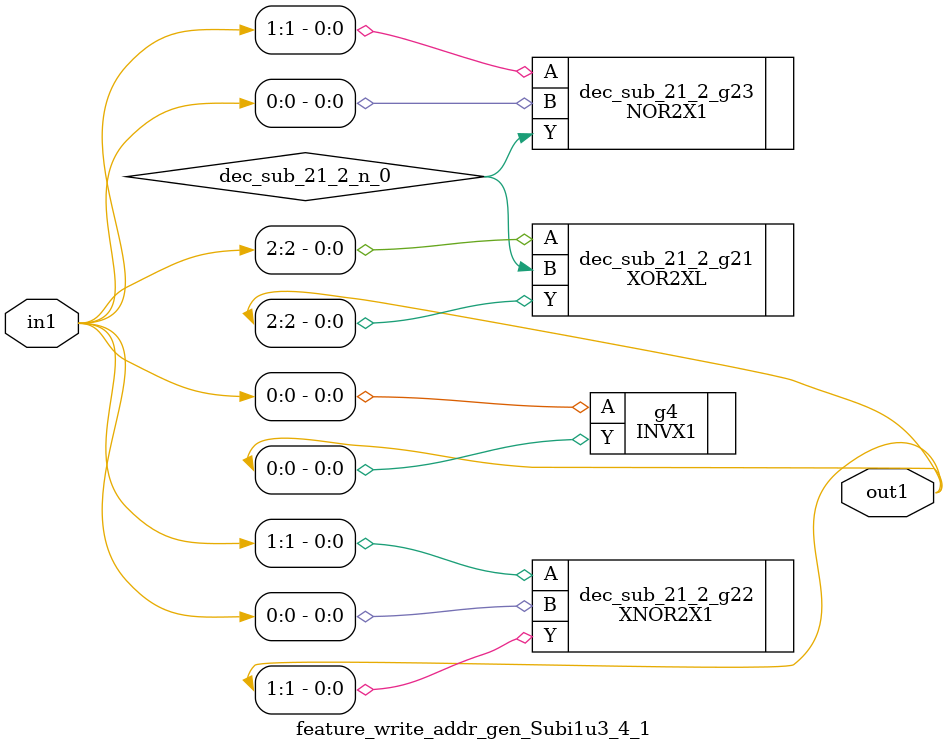
<source format=v>
`timescale 1ps / 1ps


module feature_write_addr_gen_Subi1u3_4_1(in1, out1);
  input [2:0] in1;
  output [2:0] out1;
  wire [2:0] in1;
  wire [2:0] out1;
  wire dec_sub_21_2_n_0;
  INVX1 g4(.A (in1[0]), .Y (out1[0]));
  XOR2XL dec_sub_21_2_g21(.A (in1[2]), .B (dec_sub_21_2_n_0), .Y
       (out1[2]));
  XNOR2X1 dec_sub_21_2_g22(.A (in1[1]), .B (in1[0]), .Y (out1[1]));
  NOR2X1 dec_sub_21_2_g23(.A (in1[1]), .B (in1[0]), .Y
       (dec_sub_21_2_n_0));
endmodule



</source>
